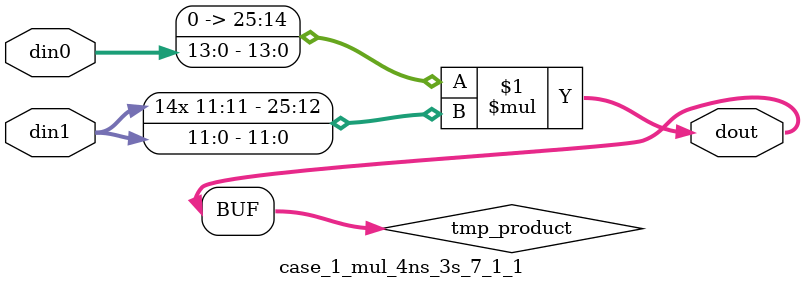
<source format=v>

`timescale 1 ns / 1 ps

 (* use_dsp = "no" *)  module case_1_mul_4ns_3s_7_1_1(din0, din1, dout);
parameter ID = 1;
parameter NUM_STAGE = 0;
parameter din0_WIDTH = 14;
parameter din1_WIDTH = 12;
parameter dout_WIDTH = 26;

input [din0_WIDTH - 1 : 0] din0; 
input [din1_WIDTH - 1 : 0] din1; 
output [dout_WIDTH - 1 : 0] dout;

wire signed [dout_WIDTH - 1 : 0] tmp_product;

























assign tmp_product = $signed({1'b0, din0}) * $signed(din1);










assign dout = tmp_product;





















endmodule

</source>
